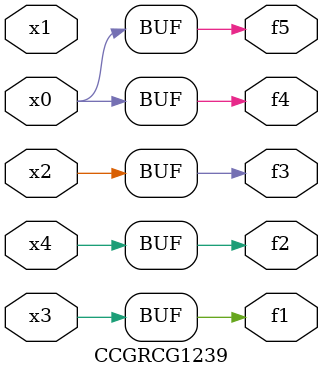
<source format=v>
module CCGRCG1239(
	input x0, x1, x2, x3, x4,
	output f1, f2, f3, f4, f5
);
	assign f1 = x3;
	assign f2 = x4;
	assign f3 = x2;
	assign f4 = x0;
	assign f5 = x0;
endmodule

</source>
